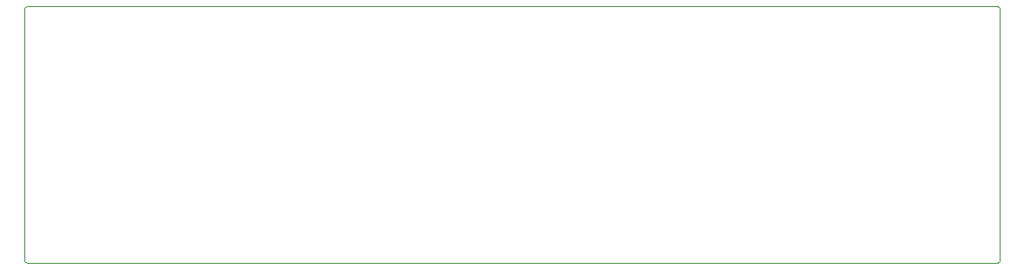
<source format=gbp>
G75*
G70*
%OFA0B0*%
%FSLAX24Y24*%
%IPPOS*%
%LPD*%
%AMOC8*
5,1,8,0,0,1.08239X$1,22.5*
%
%ADD10C,0.0000*%
D10*
X000900Y000800D02*
X038102Y000800D01*
X038119Y000802D01*
X038136Y000806D01*
X038152Y000813D01*
X038166Y000823D01*
X038179Y000836D01*
X038189Y000850D01*
X038196Y000866D01*
X038200Y000883D01*
X038202Y000900D01*
X038202Y010543D01*
X038200Y010560D01*
X038196Y010577D01*
X038189Y010593D01*
X038179Y010607D01*
X038166Y010620D01*
X038152Y010630D01*
X038136Y010637D01*
X038119Y010641D01*
X038102Y010643D01*
X000900Y010643D01*
X000883Y010641D01*
X000866Y010637D01*
X000850Y010630D01*
X000836Y010620D01*
X000823Y010607D01*
X000813Y010593D01*
X000806Y010577D01*
X000802Y010560D01*
X000800Y010543D01*
X000800Y000900D01*
X000802Y000883D01*
X000806Y000866D01*
X000813Y000850D01*
X000823Y000836D01*
X000836Y000823D01*
X000850Y000813D01*
X000866Y000806D01*
X000883Y000802D01*
X000900Y000800D01*
M02*

</source>
